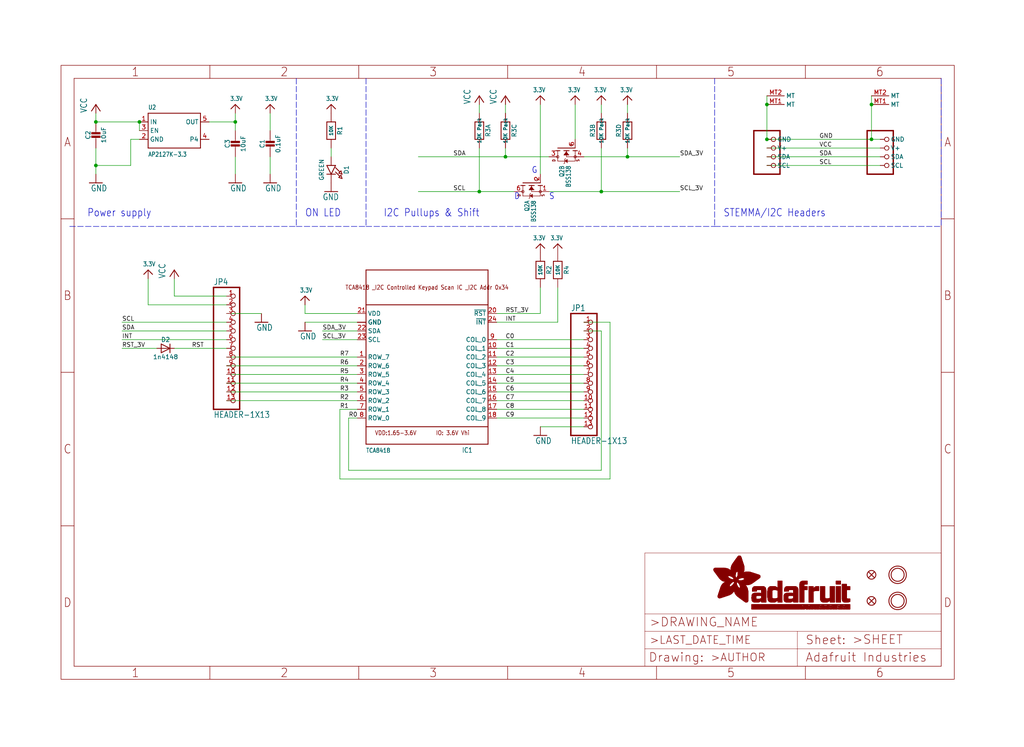
<source format=kicad_sch>
(kicad_sch (version 20211123) (generator eeschema)
  (paper "User" 298.45 217.881)
  (lib_symbols
    (symbol "eagleSchem-eagle-import:3.3V" (power)
      (property "Value" "3.3V" (at -1.524 1.016 0))
      (symbol "3.3V_1_0"
        (pin power_in line (at 0 -2.54 90) (length 2.54) (name "3.3V") (number "1"))
      )
    )
    (symbol "eagleSchem-eagle-import:CAP_CERAMIC0603_NO"
      (property "Reference" "C" (at -2.29 1.25 90))
      (property "Value" "CAP_CERAMIC0603_NO" (at 2.3 1.25 90))
      (symbol "CAP_CERAMIC0603_NO_1_0"
        (pin passive line (at 0 5.08 270) (length 2.54) (name "1") (number "1"))
        (pin passive line (at 0 -2.54 90) (length 2.54) (name "2") (number "2"))
      )
    )
    (symbol "eagleSchem-eagle-import:CAP_CERAMIC0805-NOOUTLINE"
      (property "Reference" "C" (at -2.29 1.25 90))
      (property "Value" "CAP_CERAMIC0805-NOOUTLINE" (at 2.3 1.25 90))
      (symbol "CAP_CERAMIC0805-NOOUTLINE_1_0"
        (pin passive line (at 0 5.08 270) (length 2.54) (name "1") (number "1"))
        (pin passive line (at 0 -2.54 90) (length 2.54) (name "2") (number "2"))
      )
    )
    (symbol "eagleSchem-eagle-import:DIODESOD-323"
      (property "Reference" "D" (at 0 2.54 0))
      (property "Value" "DIODESOD-323" (at 0 -2.5 0))
      (symbol "DIODESOD-323_1_0"
        (pin passive line (at -2.54 0 0) (length 2.54) (name "A") (number "A"))
        (pin passive line (at 2.54 0 180) (length 2.54) (name "C") (number "C"))
      )
    )
    (symbol "eagleSchem-eagle-import:FIDUCIAL_1MM")
    (symbol "eagleSchem-eagle-import:FRAME_A4_ADAFRUIT"
      (symbol "FRAME_A4_ADAFRUIT_1_0"
        (text "1" (at 21.6958 1.905 0) (effects (font (size 2.54 2.286))))
        (text "1" (at 21.6958 177.165 0) (effects (font (size 2.54 2.286))))
        (text "2" (at 65.0875 1.905 0) (effects (font (size 2.54 2.286))))
        (text "2" (at 65.0875 177.165 0) (effects (font (size 2.54 2.286))))
        (text "3" (at 108.4792 1.905 0) (effects (font (size 2.54 2.286))))
        (text "3" (at 108.4792 177.165 0) (effects (font (size 2.54 2.286))))
        (text "4" (at 151.8708 1.905 0) (effects (font (size 2.54 2.286))))
        (text "4" (at 151.8708 177.165 0) (effects (font (size 2.54 2.286))))
        (text "5" (at 195.2625 1.905 0) (effects (font (size 2.54 2.286))))
        (text "5" (at 195.2625 177.165 0) (effects (font (size 2.54 2.286))))
        (text "6" (at 238.6542 1.905 0) (effects (font (size 2.54 2.286))))
        (text "6" (at 238.6542 177.165 0) (effects (font (size 2.54 2.286))))
        (text ">AUTHOR" (at 189.23 5.08 0) (effects (font (size 2.286 2.286)) (justify left bottom)))
        (text ">DRAWING_NAME" (at 171.45 15.24 0) (effects (font (size 2.54 2.54)) (justify left bottom)))
        (text ">LAST_DATE_TIME" (at 171.45 10.16 0) (effects (font (size 2.286 2.286)) (justify left bottom)))
        (text ">SHEET" (at 230.505 10.16 0) (effects (font (size 2.54 2.54)) (justify left bottom)))
        (text "A" (at 1.905 156.6863 0) (effects (font (size 2.54 2.286))))
        (text "A" (at 258.445 156.6863 0) (effects (font (size 2.54 2.286))))
        (text "Adafruit Industries" (at 216.916 4.953 0) (effects (font (size 2.54 2.54)) (justify left bottom)))
        (text "B" (at 1.905 111.9188 0) (effects (font (size 2.54 2.286))))
        (text "B" (at 258.445 111.9188 0) (effects (font (size 2.54 2.286))))
        (text "C" (at 1.905 67.1513 0) (effects (font (size 2.54 2.286))))
        (text "C" (at 258.445 67.1513 0) (effects (font (size 2.54 2.286))))
        (text "D" (at 1.905 22.3838 0) (effects (font (size 2.54 2.286))))
        (text "D" (at 258.445 22.3838 0) (effects (font (size 2.54 2.286))))
        (text "Drawing:" (at 171.196 4.953 0) (effects (font (size 2.54 2.54)) (justify left bottom)))
        (text "Sheet:" (at 216.916 10.033 0) (effects (font (size 2.54 2.54)) (justify left bottom)))
      )
    )
    (symbol "eagleSchem-eagle-import:GND" (power)
      (property "Value" "GND" (at -2.54 -2.54 0))
      (symbol "GND_1_0"
        (pin power_in line (at 0 2.54 270) (length 2.54) (name "GND") (number "1"))
      )
    )
    (symbol "eagleSchem-eagle-import:HEADER-1X13"
      (property "Reference" "JP" (at -6.35 18.415 0))
      (property "Value" "HEADER-1X13" (at -6.35 -20.32 0))
      (symbol "HEADER-1X13_1_0"
        (pin passive inverted (at -2.54 15.24 0) (length 2.54) (name "1") (number "1"))
        (pin passive inverted (at -2.54 -7.62 0) (length 2.54) (name "10") (number "10"))
        (pin passive inverted (at -2.54 -10.16 0) (length 2.54) (name "11") (number "11"))
        (pin passive inverted (at -2.54 -12.7 0) (length 2.54) (name "12") (number "12"))
        (pin passive inverted (at -2.54 -15.24 0) (length 2.54) (name "13") (number "13"))
        (pin passive inverted (at -2.54 12.7 0) (length 2.54) (name "2") (number "2"))
        (pin passive inverted (at -2.54 10.16 0) (length 2.54) (name "3") (number "3"))
        (pin passive inverted (at -2.54 7.62 0) (length 2.54) (name "4") (number "4"))
        (pin passive inverted (at -2.54 5.08 0) (length 2.54) (name "5") (number "5"))
        (pin passive inverted (at -2.54 2.54 0) (length 2.54) (name "6") (number "6"))
        (pin passive inverted (at -2.54 0 0) (length 2.54) (name "7") (number "7"))
        (pin passive inverted (at -2.54 -2.54 0) (length 2.54) (name "8") (number "8"))
        (pin passive inverted (at -2.54 -5.08 0) (length 2.54) (name "9") (number "9"))
      )
    )
    (symbol "eagleSchem-eagle-import:LED0603_NOOUTLINE"
      (property "Reference" "D" (at -1.27 4.445 0))
      (property "Value" "LED0603_NOOUTLINE" (at -1.27 -2.794 0))
      (symbol "LED0603_NOOUTLINE_1_0"
        (pin passive line (at -5.08 0 0) (length 2.54) (name "A") (number "A"))
        (pin passive line (at 2.54 0 180) (length 2.54) (name "C") (number "C"))
      )
    )
    (symbol "eagleSchem-eagle-import:MOSFET-N_DUAL"
      (property "Reference" "Q" (at 5.08 0.635 0))
      (property "Value" "MOSFET-N_DUAL" (at 5.08 -1.27 0))
      (symbol "MOSFET-N_DUAL_1_0"
        (text "D" (at 3.175 3.175 0) (effects (font (size 0.8128 0.6908)) (justify left bottom)))
        (text "G" (at -1.27 -1.905 0) (effects (font (size 0.8128 0.6908)) (justify left bottom)))
        (text "S" (at 3.175 -3.81 0) (effects (font (size 0.8128 0.6908)) (justify left bottom)))
        (pin bidirectional line (at 2.54 -5.08 90) (length 2.54) (name "S") (number "1"))
        (pin bidirectional line (at -2.54 -2.54 0) (length 2.54) (name "G") (number "2"))
        (pin bidirectional line (at 2.54 5.08 270) (length 2.54) (name "D") (number "6"))
      )
      (symbol "MOSFET-N_DUAL_2_0"
        (text "D" (at 3.175 3.175 0) (effects (font (size 0.8128 0.6908)) (justify left bottom)))
        (text "G" (at -1.27 -1.905 0) (effects (font (size 0.8128 0.6908)) (justify left bottom)))
        (text "S" (at 3.175 -3.81 0) (effects (font (size 0.8128 0.6908)) (justify left bottom)))
        (pin bidirectional line (at 2.54 5.08 270) (length 2.54) (name "D") (number "3"))
        (pin bidirectional line (at 2.54 -5.08 90) (length 2.54) (name "S") (number "4"))
        (pin bidirectional line (at -2.54 -2.54 0) (length 2.54) (name "G") (number "5"))
      )
    )
    (symbol "eagleSchem-eagle-import:MOUNTINGHOLE2.5")
    (symbol "eagleSchem-eagle-import:RESISTOR_0603_NOOUT"
      (property "Reference" "R" (at 0 2.54 0))
      (property "Value" "RESISTOR_0603_NOOUT" (at 0 0 0))
      (symbol "RESISTOR_0603_NOOUT_1_0"
        (pin passive line (at -5.08 0 0) (length 2.54) (name "1") (number "1"))
        (pin passive line (at 5.08 0 180) (length 2.54) (name "2") (number "2"))
      )
    )
    (symbol "eagleSchem-eagle-import:RESISTOR_4PACK"
      (property "Reference" "R" (at 0 2.54 0))
      (property "Value" "RESISTOR_4PACK" (at 0 0 0))
      (symbol "RESISTOR_4PACK_1_0"
        (pin passive line (at -5.08 0 0) (length 2.54) (name "1") (number "1"))
        (pin passive line (at 5.08 0 180) (length 2.54) (name "2") (number "8"))
      )
      (symbol "RESISTOR_4PACK_2_0"
        (pin passive line (at -5.08 0 0) (length 2.54) (name "1") (number "2"))
        (pin passive line (at 5.08 0 180) (length 2.54) (name "2") (number "7"))
      )
      (symbol "RESISTOR_4PACK_3_0"
        (pin passive line (at -5.08 0 0) (length 2.54) (name "1") (number "3"))
        (pin passive line (at 5.08 0 180) (length 2.54) (name "2") (number "6"))
      )
      (symbol "RESISTOR_4PACK_4_0"
        (pin passive line (at -5.08 0 0) (length 2.54) (name "1") (number "4"))
        (pin passive line (at 5.08 0 180) (length 2.54) (name "2") (number "5"))
      )
    )
    (symbol "eagleSchem-eagle-import:STEMMA_I2C_QT"
      (symbol "STEMMA_I2C_QT_1_0"
        (pin passive inverted (at 0 5.08 0) (length 2.54) (name "GND") (number "1"))
        (pin passive inverted (at 0 2.54 0) (length 2.54) (name "V+") (number "2"))
        (pin passive inverted (at 0 0 0) (length 2.54) (name "SDA") (number "3"))
        (pin passive inverted (at 0 -2.54 0) (length 2.54) (name "SCL") (number "4"))
      )
      (symbol "STEMMA_I2C_QT_2_0"
        (pin bidirectional line (at 0 0 0) (length 5.08) (name "MT") (number "MT1"))
      )
      (symbol "STEMMA_I2C_QT_3_0"
        (pin bidirectional line (at 0 0 0) (length 5.08) (name "MT") (number "MT2"))
      )
    )
    (symbol "eagleSchem-eagle-import:TCA8418"
      (property "Reference" "IC" (at 10.16 -20.32 0))
      (property "Value" "TCA8418" (at -17.78 -20.32 0))
      (symbol "TCA8418_1_0"
        (text "IO: 3.6V Vhi" (at 2.54 -15.24 0) (effects (font (size 1.27 1.0795)) (justify left bottom)))
        (text "TCA8418 _I2C Controlled Keypad Scan IC _I2C Addr 0x34" (at 0 27.94 0) (effects (font (size 1.27 1.0795))))
        (text "VDD:1.65-3.6V" (at -15.24 -15.24 0) (effects (font (size 1.27 1.0795)) (justify left bottom)))
        (pin bidirectional line (at -20.32 7.62 0) (length 2.54) (name "ROW_7") (number "1"))
        (pin bidirectional line (at 20.32 10.16 180) (length 2.54) (name "COL_1") (number "10"))
        (pin bidirectional line (at 20.32 7.62 180) (length 2.54) (name "COL_2") (number "11"))
        (pin bidirectional line (at 20.32 5.08 180) (length 2.54) (name "COL_3") (number "12"))
        (pin bidirectional line (at 20.32 2.54 180) (length 2.54) (name "COL_4") (number "13"))
        (pin bidirectional line (at 20.32 0 180) (length 2.54) (name "COL_5") (number "14"))
        (pin bidirectional line (at 20.32 -2.54 180) (length 2.54) (name "COL_6") (number "15"))
        (pin bidirectional line (at 20.32 -5.08 180) (length 2.54) (name "COL_7") (number "16"))
        (pin bidirectional line (at 20.32 -7.62 180) (length 2.54) (name "COL_8") (number "17"))
        (pin bidirectional line (at 20.32 -10.16 180) (length 2.54) (name "COL_9") (number "18"))
        (pin power_in line (at -20.32 17.78 0) (length 2.54) (name "GND") (number "19"))
        (pin bidirectional line (at -20.32 5.08 0) (length 2.54) (name "ROW_6") (number "2"))
        (pin input line (at 20.32 20.32 180) (length 2.54) (name "~{RST}") (number "20"))
        (pin power_in line (at -20.32 20.32 0) (length 2.54) (name "VDD") (number "21"))
        (pin bidirectional line (at -20.32 15.24 0) (length 2.54) (name "SDA") (number "22"))
        (pin bidirectional line (at -20.32 12.7 0) (length 2.54) (name "SCL") (number "23"))
        (pin output line (at 20.32 17.78 180) (length 2.54) (name "~{INT}") (number "24"))
        (pin bidirectional line (at -20.32 2.54 0) (length 2.54) (name "ROW_5") (number "3"))
        (pin bidirectional line (at -20.32 0 0) (length 2.54) (name "ROW_4") (number "4"))
        (pin bidirectional line (at -20.32 -2.54 0) (length 2.54) (name "ROW_3") (number "5"))
        (pin bidirectional line (at -20.32 -5.08 0) (length 2.54) (name "ROW_2") (number "6"))
        (pin bidirectional line (at -20.32 -7.62 0) (length 2.54) (name "ROW_1") (number "7"))
        (pin bidirectional line (at -20.32 -10.16 0) (length 2.54) (name "ROW_0") (number "8"))
        (pin bidirectional line (at 20.32 12.7 180) (length 2.54) (name "COL_0") (number "9"))
        (pin power_in line (at -20.32 17.78 0) (length 2.54) (name "GND") (number "THERM"))
      )
    )
    (symbol "eagleSchem-eagle-import:VCC" (power)
      (property "Value" "VCC" (at -2.54 -2.54 90))
      (symbol "VCC_1_0"
        (pin power_in line (at 0 -2.54 90) (length 2.54) (name "VCC") (number "1"))
      )
    )
    (symbol "eagleSchem-eagle-import:VREG_SOT23-5"
      (property "Reference" "U" (at -7.62 6.096 0))
      (property "Value" "VREG_SOT23-5" (at -7.62 -7.62 0))
      (symbol "VREG_SOT23-5_1_0"
        (pin power_in line (at -10.16 2.54 0) (length 2.54) (name "IN") (number "1"))
        (pin power_in line (at -10.16 -2.54 0) (length 2.54) (name "GND") (number "2"))
        (pin input line (at -10.16 0 0) (length 2.54) (name "EN") (number "3"))
        (pin bidirectional line (at 10.16 -2.54 180) (length 2.54) (name "P4") (number "4"))
        (pin power_in line (at 10.16 2.54 180) (length 2.54) (name "OUT") (number "5"))
      )
    )
  )
  (junction (at 68.58 35.56))
  (junction (at 254 30.48))
  (junction (at 147.32 45.72))
  (junction (at 223.52 40.64))
  (junction (at 223.52 30.48))
  (junction (at 139.7 55.88))
  (junction (at 182.88 45.72))
  (junction (at 40.64 35.56))
  (junction (at 27.94 48.26))
  (junction (at 254 40.64))
  (junction (at 27.94 35.56))
  (junction (at 175.26 55.88))
  (wire (pts (xy 40.64 35.56) (xy 27.94 35.56)))
  (wire (pts (xy 175.26 43.18) (xy 175.26 55.88)))
  (wire (pts (xy 170.18 119.38) (xy 144.78 119.38)))
  (wire (pts (xy 88.9 88.9) (xy 88.9 91.44)))
  (wire (pts (xy 170.18 106.68) (xy 144.78 106.68)))
  (wire (pts (xy 78.74 33.02) (xy 78.74 38.1)))
  (wire (pts (xy 170.18 99.06) (xy 144.78 99.06)))
  (wire (pts (xy 60.96 35.56) (xy 68.58 35.56)))
  (wire (pts (xy 104.14 99.06) (xy 93.98 99.06)))
  (wire (pts (xy 162.56 93.98) (xy 144.78 93.98)))
  (wire (pts (xy 38.1 40.64) (xy 38.1 48.26)))
  (wire (pts (xy 139.7 43.18) (xy 139.7 55.88)))
  (wire (pts (xy 104.14 91.44) (xy 88.9 91.44)))
  (wire (pts (xy 182.88 43.18) (xy 182.88 45.72)))
  (wire (pts (xy 160.02 55.88) (xy 175.26 55.88)))
  (wire (pts (xy 177.8 93.98) (xy 177.8 139.7)))
  (wire (pts (xy 35.56 99.06) (xy 66.04 99.06)))
  (wire (pts (xy 27.94 48.26) (xy 27.94 50.8)))
  (wire (pts (xy 93.98 96.52) (xy 104.14 96.52)))
  (wire (pts (xy 50.8 86.36) (xy 50.8 81.28)))
  (wire (pts (xy 66.04 96.52) (xy 35.56 96.52)))
  (wire (pts (xy 254 40.64) (xy 223.52 40.64)))
  (wire (pts (xy 182.88 45.72) (xy 198.12 45.72)))
  (wire (pts (xy 66.04 91.44) (xy 76.2 91.44)))
  (wire (pts (xy 101.6 121.92) (xy 101.6 137.16)))
  (polyline (pts (xy 20.32 66.04) (xy 86.36 66.04)))
  (wire (pts (xy 175.26 137.16) (xy 175.26 96.52)))
  (wire (pts (xy 40.64 38.1) (xy 40.64 35.56)))
  (wire (pts (xy 170.18 101.6) (xy 144.78 101.6)))
  (wire (pts (xy 223.52 27.94) (xy 223.52 30.48)))
  (wire (pts (xy 66.04 104.14) (xy 104.14 104.14)))
  (polyline (pts (xy 208.28 22.86) (xy 208.28 66.04)))
  (wire (pts (xy 43.18 88.9) (xy 43.18 81.28)))
  (wire (pts (xy 68.58 35.56) (xy 68.58 38.1)))
  (wire (pts (xy 27.94 33.02) (xy 27.94 35.56)))
  (wire (pts (xy 256.54 40.64) (xy 254 40.64)))
  (wire (pts (xy 66.04 86.36) (xy 50.8 86.36)))
  (wire (pts (xy 66.04 111.76) (xy 104.14 111.76)))
  (wire (pts (xy 66.04 88.9) (xy 43.18 88.9)))
  (wire (pts (xy 170.18 104.14) (xy 144.78 104.14)))
  (wire (pts (xy 27.94 48.26) (xy 27.94 43.18)))
  (wire (pts (xy 66.04 106.68) (xy 104.14 106.68)))
  (wire (pts (xy 170.18 109.22) (xy 144.78 109.22)))
  (wire (pts (xy 38.1 48.26) (xy 27.94 48.26)))
  (polyline (pts (xy 106.68 22.86) (xy 106.68 66.04)))
  (wire (pts (xy 147.32 45.72) (xy 121.92 45.72)))
  (wire (pts (xy 66.04 114.3) (xy 104.14 114.3)))
  (wire (pts (xy 254 27.94) (xy 254 30.48)))
  (wire (pts (xy 170.18 116.84) (xy 144.78 116.84)))
  (wire (pts (xy 139.7 30.48) (xy 139.7 33.02)))
  (wire (pts (xy 50.8 101.6) (xy 66.04 101.6)))
  (wire (pts (xy 170.18 121.92) (xy 144.78 121.92)))
  (wire (pts (xy 45.72 101.6) (xy 35.56 101.6)))
  (polyline (pts (xy 106.68 66.04) (xy 208.28 66.04)))
  (wire (pts (xy 144.78 91.44) (xy 157.48 91.44)))
  (wire (pts (xy 66.04 109.22) (xy 104.14 109.22)))
  (wire (pts (xy 104.14 93.98) (xy 88.9 93.98)))
  (wire (pts (xy 78.74 45.72) (xy 78.74 50.8)))
  (wire (pts (xy 101.6 137.16) (xy 175.26 137.16)))
  (wire (pts (xy 139.7 55.88) (xy 121.92 55.88)))
  (wire (pts (xy 68.58 45.72) (xy 68.58 50.8)))
  (wire (pts (xy 256.54 45.72) (xy 223.52 45.72)))
  (wire (pts (xy 99.06 119.38) (xy 104.14 119.38)))
  (wire (pts (xy 170.18 124.46) (xy 157.48 124.46)))
  (wire (pts (xy 99.06 139.7) (xy 99.06 119.38)))
  (wire (pts (xy 104.14 121.92) (xy 101.6 121.92)))
  (wire (pts (xy 170.18 111.76) (xy 144.78 111.76)))
  (wire (pts (xy 68.58 35.56) (xy 68.58 33.02)))
  (wire (pts (xy 40.64 40.64) (xy 38.1 40.64)))
  (wire (pts (xy 162.56 93.98) (xy 162.56 83.82)))
  (wire (pts (xy 66.04 93.98) (xy 35.56 93.98)))
  (wire (pts (xy 147.32 33.02) (xy 147.32 30.48)))
  (wire (pts (xy 147.32 43.18) (xy 147.32 45.72)))
  (polyline (pts (xy 86.36 22.86) (xy 86.36 66.04)))
  (wire (pts (xy 157.48 50.8) (xy 157.48 30.48)))
  (polyline (pts (xy 208.28 66.04) (xy 274.32 66.04)))
  (wire (pts (xy 167.64 40.64) (xy 167.64 30.48)))
  (wire (pts (xy 223.52 43.18) (xy 256.54 43.18)))
  (wire (pts (xy 66.04 116.84) (xy 104.14 116.84)))
  (wire (pts (xy 223.52 48.26) (xy 256.54 48.26)))
  (polyline (pts (xy 274.32 22.86) (xy 274.32 66.04)))
  (polyline (pts (xy 86.36 66.04) (xy 106.68 66.04)))
  (wire (pts (xy 177.8 139.7) (xy 99.06 139.7)))
  (wire (pts (xy 96.52 45.72) (xy 96.52 43.18)))
  (wire (pts (xy 170.18 114.3) (xy 144.78 114.3)))
  (wire (pts (xy 170.18 93.98) (xy 177.8 93.98)))
  (wire (pts (xy 182.88 33.02) (xy 182.88 30.48)))
  (wire (pts (xy 175.26 33.02) (xy 175.26 30.48)))
  (wire (pts (xy 149.86 55.88) (xy 139.7 55.88)))
  (wire (pts (xy 175.26 55.88) (xy 198.12 55.88)))
  (wire (pts (xy 254 30.48) (xy 254 40.64)))
  (wire (pts (xy 223.52 30.48) (xy 223.52 40.64)))
  (wire (pts (xy 157.48 91.44) (xy 157.48 83.82)))
  (wire (pts (xy 170.18 45.72) (xy 182.88 45.72)))
  (wire (pts (xy 160.02 45.72) (xy 147.32 45.72)))
  (wire (pts (xy 175.26 96.52) (xy 170.18 96.52)))
  (text "I2C Pullups & Shift" (at 111.76 63.5 180) (effects (font (size 2.1844 1.8567)) (justify left bottom)))
  (text "D" (at 149.86 58.42 180) (effects (font (size 1.778 1.5113)) (justify left bottom)))
  (text "S" (at 160.02 58.42 180) (effects (font (size 1.778 1.5113)) (justify left bottom)))
  (text "Power supply" (at 25.4 63.5 180) (effects (font (size 2.1844 1.8567)) (justify left bottom)))
  (text "STEMMA/I2C Headers" (at 210.82 63.5 180) (effects (font (size 2.1844 1.8567)) (justify left bottom)))
  (text "ON LED" (at 88.9 63.5 180) (effects (font (size 2.1844 1.8567)) (justify left bottom)))
  (text "G" (at 154.94 50.8 180) (effects (font (size 1.778 1.5113)) (justify left bottom)))
  (label "R5" (at 99.06 109.22 0) (effects (font (size 1.2446 1.2446))))
  (label "R3" (at 99.06 114.3 0) (effects (font (size 1.2446 1.2446))))
  (label "SCL_3V" (at 93.98 99.06 0) (effects (font (size 1.2446 1.2446))))
  (label "C5" (at 147.32 111.76 0) (effects (font (size 1.2446 1.2446))))
  (label "VCC" (at 238.76 43.18 0) (effects (font (size 1.2446 1.2446))))
  (label "SCL_3V" (at 198.12 55.88 0) (effects (font (size 1.2446 1.2446))))
  (label "GND" (at 238.76 40.64 0) (effects (font (size 1.2446 1.2446))))
  (label "SDA" (at 238.76 45.72 0) (effects (font (size 1.2446 1.2446))))
  (label "C9" (at 147.32 121.92 0) (effects (font (size 1.2446 1.2446))))
  (label "INT" (at 147.32 93.98 0) (effects (font (size 1.2446 1.2446))))
  (label "C3" (at 147.32 106.68 0) (effects (font (size 1.2446 1.2446))))
  (label "SCL" (at 132.08 55.88 0) (effects (font (size 1.2446 1.2446))))
  (label "R7" (at 99.06 104.14 0) (effects (font (size 1.2446 1.2446))))
  (label "C7" (at 147.32 116.84 0) (effects (font (size 1.2446 1.2446))))
  (label "R2" (at 99.06 116.84 0) (effects (font (size 1.2446 1.2446))))
  (label "RST_3V" (at 147.32 91.44 0) (effects (font (size 1.2446 1.2446))))
  (label "R4" (at 99.06 111.76 0) (effects (font (size 1.2446 1.2446))))
  (label "SDA" (at 132.08 45.72 0) (effects (font (size 1.2446 1.2446))))
  (label "R0" (at 101.6 121.92 0) (effects (font (size 1.2446 1.2446))))
  (label "RST" (at 55.88 101.6 0) (effects (font (size 1.2446 1.2446))))
  (label "C2" (at 147.32 104.14 0) (effects (font (size 1.2446 1.2446))))
  (label "SDA_3V" (at 93.98 96.52 0) (effects (font (size 1.2446 1.2446))))
  (label "SCL" (at 238.76 48.26 0) (effects (font (size 1.2446 1.2446))))
  (label "RST_3V" (at 35.56 101.6 0) (effects (font (size 1.2446 1.2446))))
  (label "R1" (at 99.06 119.38 0) (effects (font (size 1.2446 1.2446))))
  (label "SDA_3V" (at 198.12 45.72 0) (effects (font (size 1.2446 1.2446))))
  (label "INT" (at 35.56 99.06 0) (effects (font (size 1.2446 1.2446))))
  (label "R6" (at 99.06 106.68 0) (effects (font (size 1.2446 1.2446))))
  (label "C4" (at 147.32 109.22 0) (effects (font (size 1.2446 1.2446))))
  (label "SDA" (at 35.56 96.52 0) (effects (font (size 1.2446 1.2446))))
  (label "C8" (at 147.32 119.38 0) (effects (font (size 1.2446 1.2446))))
  (label "SCL" (at 35.56 93.98 0) (effects (font (size 1.2446 1.2446))))
  (label "C6" (at 147.32 114.3 0) (effects (font (size 1.2446 1.2446))))
  (label "C0" (at 147.32 99.06 0) (effects (font (size 1.2446 1.2446))))
  (label "C1" (at 147.32 101.6 0) (effects (font (size 1.2446 1.2446))))
  (symbol (lib_id "eagleSchem-eagle-import:3.3V") (at 68.58 30.48 0) (unit 1)
    (property "Reference" "#U$15" (effects hide))
    (property "Value" "3.3V" (at 67.056 29.464 0) (effects (font (size 1.27 1.0795)) (justify left bottom)))
    (property "Footprint" "eagleSchem:" (effects hide))
  )
  (symbol (lib_id "eagleSchem-eagle-import:DIODESOD-323") (at 48.26 101.6 0) (unit 1)
    (property "Reference" "D2" (at 48.26 99.06 0))
    (property "Value" "1n4148" (at 48.26 104.1 0))
    (property "Footprint" "eagleSchem:SOD-323" (effects hide))
  )
  (symbol (lib_id "eagleSchem-eagle-import:3.3V") (at 157.48 27.94 0) (mirror y) (unit 1)
    (property "Reference" "#U$26" (effects hide))
    (property "Value" "3.3V" (at 159.004 26.924 0) (effects (font (size 1.27 1.0795)) (justify left bottom)))
    (property "Footprint" "eagleSchem:" (effects hide))
  )
  (symbol (lib_id "eagleSchem-eagle-import:GND") (at 78.74 53.34 0) (unit 1)
    (property "Reference" "#U$6" (effects hide))
    (property "Value" "GND" (at 77.216 55.88 0) (effects (font (size 1.778 1.5113)) (justify left bottom)))
    (property "Footprint" "eagleSchem:" (effects hide))
  )
  (symbol (lib_id "eagleSchem-eagle-import:3.3V") (at 167.64 27.94 0) (mirror y) (unit 1)
    (property "Reference" "#U$23" (effects hide))
    (property "Value" "3.3V" (at 169.164 26.924 0) (effects (font (size 1.27 1.0795)) (justify left bottom)))
    (property "Footprint" "eagleSchem:" (effects hide))
  )
  (symbol (lib_id "eagleSchem-eagle-import:FIDUCIAL_1MM") (at 254 167.64 0) (unit 1)
    (property "Reference" "FID4" (effects hide))
    (property "Value" "FIDUCIAL_1MM" (effects hide))
    (property "Footprint" "eagleSchem:FIDUCIAL_1MM" (effects hide))
  )
  (symbol (lib_id "eagleSchem-eagle-import:MOSFET-N_DUAL") (at 165.1 43.18 90) (mirror x) (unit 2)
    (property "Reference" "Q2" (at 164.465 48.26 0) (effects (font (size 1.27 1.0795)) (justify left bottom)))
    (property "Value" "BSS138" (at 166.37 48.26 0) (effects (font (size 1.27 1.0795)) (justify left bottom)))
    (property "Footprint" "eagleSchem:SOT363" (effects hide))
  )
  (symbol (lib_id "eagleSchem-eagle-import:HEADER-1X13") (at 172.72 109.22 0) (unit 1)
    (property "Reference" "JP1" (at 166.37 90.805 0) (effects (font (size 1.778 1.5113)) (justify left bottom)))
    (property "Value" "HEADER-1X13" (at 166.37 129.54 0) (effects (font (size 1.778 1.5113)) (justify left bottom)))
    (property "Footprint" "eagleSchem:1X13_ROUND_70" (effects hide))
  )
  (symbol (lib_id "eagleSchem-eagle-import:GND") (at 96.52 55.88 0) (unit 1)
    (property "Reference" "#GND6" (effects hide))
    (property "Value" "GND" (at 93.98 58.42 0) (effects (font (size 1.778 1.5113)) (justify left bottom)))
    (property "Footprint" "eagleSchem:" (effects hide))
  )
  (symbol (lib_id "eagleSchem-eagle-import:VCC") (at 50.8 78.74 0) (unit 1)
    (property "Reference" "#P+4" (effects hide))
    (property "Value" "VCC" (at 48.26 81.28 90) (effects (font (size 1.778 1.5113)) (justify left bottom)))
    (property "Footprint" "eagleSchem:" (effects hide))
  )
  (symbol (lib_id "eagleSchem-eagle-import:VCC") (at 27.94 30.48 0) (unit 1)
    (property "Reference" "#P+3" (effects hide))
    (property "Value" "VCC" (at 25.4 33.02 90) (effects (font (size 1.778 1.5113)) (justify left bottom)))
    (property "Footprint" "eagleSchem:" (effects hide))
  )
  (symbol (lib_id "eagleSchem-eagle-import:3.3V") (at 162.56 71.12 0) (mirror y) (unit 1)
    (property "Reference" "#U$11" (effects hide))
    (property "Value" "3.3V" (at 164.084 70.104 0) (effects (font (size 1.27 1.0795)) (justify left bottom)))
    (property "Footprint" "eagleSchem:" (effects hide))
  )
  (symbol (lib_id "eagleSchem-eagle-import:FRAME_A4_ADAFRUIT") (at 17.78 198.12 0) (unit 1)
    (property "Reference" "#U$18" (effects hide))
    (property "Value" "FRAME_A4_ADAFRUIT" (effects hide))
    (property "Footprint" "eagleSchem:" (effects hide))
  )
  (symbol (lib_id "eagleSchem-eagle-import:STEMMA_I2C_QT") (at 254 27.94 0) (unit 3)
    (property "Reference" "CONN4" (effects hide))
    (property "Value" "STEMMA_I2C_QT" (effects hide))
    (property "Footprint" "eagleSchem:JST_SH4" (effects hide))
  )
  (symbol (lib_id "eagleSchem-eagle-import:GND") (at 68.58 53.34 0) (unit 1)
    (property "Reference" "#U$5" (effects hide))
    (property "Value" "GND" (at 67.056 55.88 0) (effects (font (size 1.778 1.5113)) (justify left bottom)))
    (property "Footprint" "eagleSchem:" (effects hide))
  )
  (symbol (lib_id "eagleSchem-eagle-import:RESISTOR_0603_NOOUT") (at 96.52 38.1 270) (unit 1)
    (property "Reference" "R1" (at 99.06 38.1 0))
    (property "Value" "10K" (at 96.52 38.1 0) (effects (font (size 1.016 1.016) bold)))
    (property "Footprint" "eagleSchem:0603-NO" (effects hide))
  )
  (symbol (lib_id "eagleSchem-eagle-import:GND") (at 88.9 96.52 0) (unit 1)
    (property "Reference" "#U$4" (effects hide))
    (property "Value" "GND" (at 87.376 99.06 0) (effects (font (size 1.778 1.5113)) (justify left bottom)))
    (property "Footprint" "eagleSchem:" (effects hide))
  )
  (symbol (lib_id "eagleSchem-eagle-import:RESISTOR_4PACK") (at 147.32 38.1 270) (unit 3)
    (property "Reference" "R3" (at 149.86 38.1 0))
    (property "Value" "10K Pack" (at 147.32 38.1 0) (effects (font (size 1.016 1.016) bold)))
    (property "Footprint" "eagleSchem:RESPACK_4X0603" (effects hide))
  )
  (symbol (lib_id "eagleSchem-eagle-import:GND") (at 27.94 53.34 0) (unit 1)
    (property "Reference" "#U$13" (effects hide))
    (property "Value" "GND" (at 26.416 55.88 0) (effects (font (size 1.778 1.5113)) (justify left bottom)))
    (property "Footprint" "eagleSchem:" (effects hide))
  )
  (symbol (lib_id "eagleSchem-eagle-import:MOUNTINGHOLE2.5") (at 261.62 167.64 0) (unit 1)
    (property "Reference" "U$17" (effects hide))
    (property "Value" "MOUNTINGHOLE2.5" (effects hide))
    (property "Footprint" "eagleSchem:MOUNTINGHOLE_2.5_PLATED" (effects hide))
  )
  (symbol (lib_id "eagleSchem-eagle-import:STEMMA_I2C_QT") (at 223.52 27.94 0) (unit 3)
    (property "Reference" "CONN3" (effects hide))
    (property "Value" "STEMMA_I2C_QT" (effects hide))
    (property "Footprint" "eagleSchem:JST_SH4" (effects hide))
  )
  (symbol (lib_id "eagleSchem-eagle-import:VREG_SOT23-5") (at 50.8 38.1 0) (unit 1)
    (property "Reference" "U2" (at 43.18 32.004 0) (effects (font (size 1.27 1.0795)) (justify left bottom)))
    (property "Value" "AP2127K-3.3" (at 43.18 45.72 0) (effects (font (size 1.27 1.0795)) (justify left bottom)))
    (property "Footprint" "eagleSchem:SOT23-5" (effects hide))
  )
  (symbol (lib_id "eagleSchem-eagle-import:3.3V") (at 43.18 78.74 0) (unit 1)
    (property "Reference" "#U$16" (effects hide))
    (property "Value" "3.3V" (at 41.656 77.724 0) (effects (font (size 1.27 1.0795)) (justify left bottom)))
    (property "Footprint" "eagleSchem:" (effects hide))
  )
  (symbol (lib_id "eagleSchem-eagle-import:RESISTOR_4PACK") (at 182.88 38.1 90) (mirror x) (unit 4)
    (property "Reference" "R3" (at 180.34 38.1 0))
    (property "Value" "10K Pack" (at 182.88 38.1 0) (effects (font (size 1.016 1.016) bold)))
    (property "Footprint" "eagleSchem:RESPACK_4X0603" (effects hide))
  )
  (symbol (lib_id "eagleSchem-eagle-import:3.3V") (at 182.88 27.94 0) (mirror y) (unit 1)
    (property "Reference" "#U$7" (effects hide))
    (property "Value" "3.3V" (at 184.404 26.924 0) (effects (font (size 1.27 1.0795)) (justify left bottom)))
    (property "Footprint" "eagleSchem:" (effects hide))
  )
  (symbol (lib_id "eagleSchem-eagle-import:STEMMA_I2C_QT") (at 223.52 30.48 0) (unit 2)
    (property "Reference" "CONN3" (effects hide))
    (property "Value" "STEMMA_I2C_QT" (effects hide))
    (property "Footprint" "eagleSchem:JST_SH4" (effects hide))
  )
  (symbol (lib_id "eagleSchem-eagle-import:3.3V") (at 157.48 71.12 0) (mirror y) (unit 1)
    (property "Reference" "#U$9" (effects hide))
    (property "Value" "3.3V" (at 159.004 70.104 0) (effects (font (size 1.27 1.0795)) (justify left bottom)))
    (property "Footprint" "eagleSchem:" (effects hide))
  )
  (symbol (lib_id "eagleSchem-eagle-import:STEMMA_I2C_QT") (at 223.52 45.72 0) (unit 1)
    (property "Reference" "CONN3" (effects hide))
    (property "Value" "STEMMA_I2C_QT" (effects hide))
    (property "Footprint" "eagleSchem:JST_SH4" (effects hide))
  )
  (symbol (lib_id "eagleSchem-eagle-import:3.3V") (at 88.9 86.36 0) (unit 1)
    (property "Reference" "#U$2" (effects hide))
    (property "Value" "3.3V" (at 87.376 85.344 0) (effects (font (size 1.27 1.0795)) (justify left bottom)))
    (property "Footprint" "eagleSchem:" (effects hide))
  )
  (symbol (lib_id "eagleSchem-eagle-import:VCC") (at 139.7 27.94 0) (unit 1)
    (property "Reference" "#P+1" (effects hide))
    (property "Value" "VCC" (at 137.16 30.48 90) (effects (font (size 1.778 1.5113)) (justify left bottom)))
    (property "Footprint" "eagleSchem:" (effects hide))
  )
  (symbol (lib_id "eagleSchem-eagle-import:HEADER-1X13") (at 68.58 101.6 0) (unit 1)
    (property "Reference" "JP4" (at 62.23 83.185 0) (effects (font (size 1.778 1.5113)) (justify left bottom)))
    (property "Value" "HEADER-1X13" (at 62.23 121.92 0) (effects (font (size 1.778 1.5113)) (justify left bottom)))
    (property "Footprint" "eagleSchem:1X13_ROUND_70" (effects hide))
  )
  (symbol (lib_id "eagleSchem-eagle-import:3.3V") (at 175.26 27.94 0) (mirror y) (unit 1)
    (property "Reference" "#U$24" (effects hide))
    (property "Value" "3.3V" (at 176.784 26.924 0) (effects (font (size 1.27 1.0795)) (justify left bottom)))
    (property "Footprint" "eagleSchem:" (effects hide))
  )
  (symbol (lib_id "eagleSchem-eagle-import:STEMMA_I2C_QT") (at 254 30.48 0) (unit 2)
    (property "Reference" "CONN4" (effects hide))
    (property "Value" "STEMMA_I2C_QT" (effects hide))
    (property "Footprint" "eagleSchem:JST_SH4" (effects hide))
  )
  (symbol (lib_id "eagleSchem-eagle-import:RESISTOR_0603_NOOUT") (at 157.48 78.74 270) (unit 1)
    (property "Reference" "R2" (at 160.02 78.74 0))
    (property "Value" "10K" (at 157.48 78.74 0) (effects (font (size 1.016 1.016) bold)))
    (property "Footprint" "eagleSchem:0603-NO" (effects hide))
  )
  (symbol (lib_id "eagleSchem-eagle-import:MOSFET-N_DUAL") (at 154.94 53.34 90) (mirror x) (unit 1)
    (property "Reference" "Q2" (at 154.305 58.42 0) (effects (font (size 1.27 1.0795)) (justify left bottom)))
    (property "Value" "BSS138" (at 156.21 58.42 0) (effects (font (size 1.27 1.0795)) (justify left bottom)))
    (property "Footprint" "eagleSchem:SOT363" (effects hide))
  )
  (symbol (lib_id "eagleSchem-eagle-import:LED0603_NOOUTLINE") (at 96.52 50.8 270) (unit 1)
    (property "Reference" "D1" (at 100.965 49.53 0))
    (property "Value" "GREEN" (at 93.726 49.53 0))
    (property "Footprint" "eagleSchem:CHIPLED_0603_NOOUTLINE" (effects hide))
  )
  (symbol (lib_id "eagleSchem-eagle-import:CAP_CERAMIC0603_NO") (at 78.74 43.18 0) (unit 1)
    (property "Reference" "C1" (at 76.45 41.93 90))
    (property "Value" "0.1uF" (at 81.04 41.93 90))
    (property "Footprint" "eagleSchem:0603-NO" (effects hide))
  )
  (symbol (lib_id "eagleSchem-eagle-import:RESISTOR_4PACK") (at 139.7 38.1 270) (unit 1)
    (property "Reference" "R3" (at 142.24 38.1 0))
    (property "Value" "10K Pack" (at 139.7 38.1 0) (effects (font (size 1.016 1.016) bold)))
    (property "Footprint" "eagleSchem:RESPACK_4X0603" (effects hide))
  )
  (symbol (lib_id "eagleSchem-eagle-import:VCC") (at 147.32 27.94 0) (unit 1)
    (property "Reference" "#P+2" (effects hide))
    (property "Value" "VCC" (at 144.78 30.48 90) (effects (font (size 1.778 1.5113)) (justify left bottom)))
    (property "Footprint" "eagleSchem:" (effects hide))
  )
  (symbol (lib_id "eagleSchem-eagle-import:GND") (at 76.2 93.98 0) (unit 1)
    (property "Reference" "#U$10" (effects hide))
    (property "Value" "GND" (at 74.676 96.52 0) (effects (font (size 1.778 1.5113)) (justify left bottom)))
    (property "Footprint" "eagleSchem:" (effects hide))
  )
  (symbol (lib_id "eagleSchem-eagle-import:CAP_CERAMIC0805-NOOUTLINE") (at 68.58 43.18 0) (unit 1)
    (property "Reference" "C3" (at 66.29 41.93 90))
    (property "Value" "10uF" (at 70.88 41.93 90))
    (property "Footprint" "eagleSchem:0805-NO" (effects hide))
  )
  (symbol (lib_id "eagleSchem-eagle-import:GND") (at 157.48 127 0) (unit 1)
    (property "Reference" "#U$8" (effects hide))
    (property "Value" "GND" (at 155.956 129.54 0) (effects (font (size 1.778 1.5113)) (justify left bottom)))
    (property "Footprint" "eagleSchem:" (effects hide))
  )
  (symbol (lib_id "eagleSchem-eagle-import:CAP_CERAMIC0805-NOOUTLINE") (at 27.94 40.64 0) (unit 1)
    (property "Reference" "C2" (at 25.65 39.39 90))
    (property "Value" "10uF" (at 30.24 39.39 90))
    (property "Footprint" "eagleSchem:0805-NO" (effects hide))
  )
  (symbol (lib_id "eagleSchem-eagle-import:RESISTOR_0603_NOOUT") (at 162.56 78.74 270) (unit 1)
    (property "Reference" "R4" (at 165.1 78.74 0))
    (property "Value" "10K" (at 162.56 78.74 0) (effects (font (size 1.016 1.016) bold)))
    (property "Footprint" "eagleSchem:0603-NO" (effects hide))
  )
  (symbol (lib_id "eagleSchem-eagle-import:TCA8418") (at 124.46 111.76 0) (unit 1)
    (property "Reference" "IC1" (at 134.62 132.08 0) (effects (font (size 1.4224 1.209)) (justify left bottom)))
    (property "Value" "TCA8418" (at 106.68 132.08 0) (effects (font (size 1.27 1.0795)) (justify left bottom)))
    (property "Footprint" "eagleSchem:QFN24_4MM_SMSC" (effects hide))
  )
  (symbol (lib_id "eagleSchem-eagle-import:STEMMA_I2C_QT") (at 256.54 45.72 0) (unit 1)
    (property "Reference" "CONN4" (effects hide))
    (property "Value" "STEMMA_I2C_QT" (effects hide))
    (property "Footprint" "eagleSchem:JST_SH4" (effects hide))
  )
  (symbol (lib_id "eagleSchem-eagle-import:MOUNTINGHOLE2.5") (at 261.62 175.26 0) (unit 1)
    (property "Reference" "U$1" (effects hide))
    (property "Value" "MOUNTINGHOLE2.5" (effects hide))
    (property "Footprint" "eagleSchem:MOUNTINGHOLE_2.5_PLATED" (effects hide))
  )
  (symbol (lib_id "eagleSchem-eagle-import:RESISTOR_4PACK") (at 175.26 38.1 90) (mirror x) (unit 2)
    (property "Reference" "R3" (at 172.72 38.1 0))
    (property "Value" "10K Pack" (at 175.26 38.1 0) (effects (font (size 1.016 1.016) bold)))
    (property "Footprint" "eagleSchem:RESPACK_4X0603" (effects hide))
  )
  (symbol (lib_id "eagleSchem-eagle-import:3.3V") (at 78.74 30.48 0) (unit 1)
    (property "Reference" "#U$14" (effects hide))
    (property "Value" "3.3V" (at 77.216 29.464 0) (effects (font (size 1.27 1.0795)) (justify left bottom)))
    (property "Footprint" "eagleSchem:" (effects hide))
  )
  (symbol (lib_id "eagleSchem-eagle-import:FIDUCIAL_1MM") (at 254 175.26 0) (unit 1)
    (property "Reference" "FID3" (effects hide))
    (property "Value" "FIDUCIAL_1MM" (effects hide))
    (property "Footprint" "eagleSchem:FIDUCIAL_1MM" (effects hide))
  )
  (symbol (lib_id "eagleSchem-eagle-import:3.3V") (at 96.52 30.48 0) (unit 1)
    (property "Reference" "#U$3" (effects hide))
    (property "Value" "3.3V" (at 94.996 29.464 0) (effects (font (size 1.27 1.0795)) (justify left bottom)))
    (property "Footprint" "eagleSchem:" (effects hide))
  )
)
</source>
